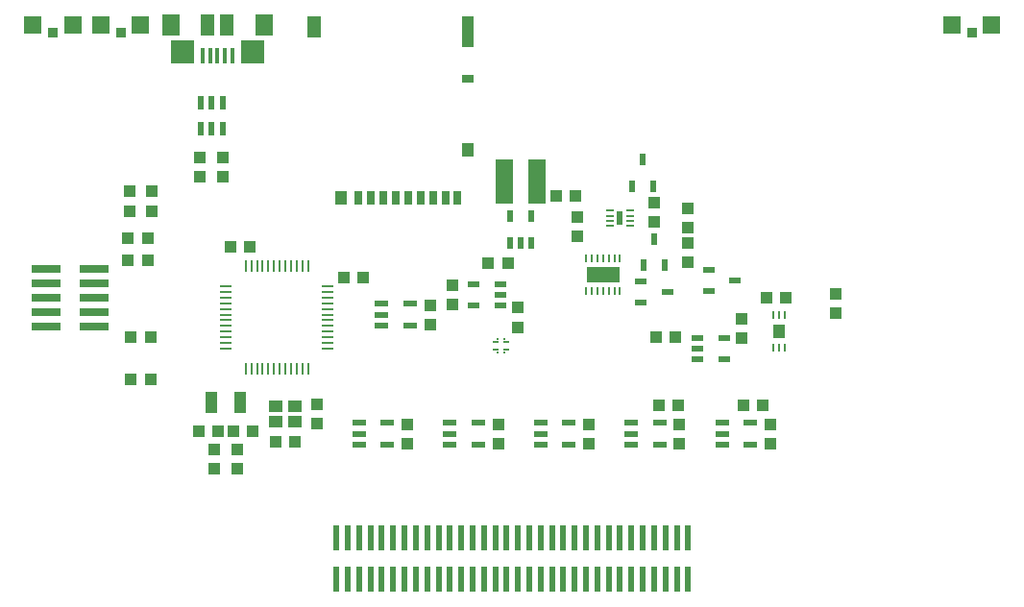
<source format=gtp>
G75*
G70*
%OFA0B0*%
%FSLAX24Y24*%
%IPPOS*%
%LPD*%
%AMOC8*
5,1,8,0,0,1.08239X$1,22.5*
%
%ADD10R,0.0512X0.0217*%
%ADD11R,0.0079X0.0394*%
%ADD12R,0.0394X0.0079*%
%ADD13R,0.0433X0.0394*%
%ADD14R,0.0394X0.0433*%
%ADD15R,0.0591X0.0591*%
%ADD16R,0.0354X0.0354*%
%ADD17R,0.0433X0.0748*%
%ADD18R,0.0472X0.0394*%
%ADD19R,0.0157X0.0531*%
%ADD20R,0.0630X0.0748*%
%ADD21R,0.0827X0.0787*%
%ADD22R,0.0472X0.0748*%
%ADD23R,0.0276X0.0472*%
%ADD24R,0.0394X0.0472*%
%ADD25R,0.0394X0.0315*%
%ADD26R,0.0394X0.1102*%
%ADD27R,0.0512X0.0748*%
%ADD28R,0.0236X0.0906*%
%ADD29R,0.0276X0.0098*%
%ADD30R,0.0197X0.0472*%
%ADD31R,0.0098X0.0276*%
%ADD32R,0.1181X0.0551*%
%ADD33R,0.0394X0.0217*%
%ADD34R,0.0193X0.0091*%
%ADD35R,0.0091X0.0102*%
%ADD36R,0.0217X0.0394*%
%ADD37R,0.0400X0.0500*%
%ADD38R,0.0236X0.0472*%
%ADD39R,0.1000X0.0300*%
%ADD40R,0.0630X0.1535*%
D10*
X012563Y006874D03*
X012563Y007248D03*
X012563Y007622D03*
X013547Y007622D03*
X013547Y006874D03*
X015712Y006874D03*
X015712Y007248D03*
X015712Y007622D03*
X016697Y007622D03*
X016697Y006874D03*
X018862Y006874D03*
X018862Y007248D03*
X018862Y007622D03*
X019846Y007622D03*
X019846Y006874D03*
X022012Y006874D03*
X022012Y007248D03*
X022012Y007622D03*
X022996Y007622D03*
X022996Y006874D03*
X025161Y006874D03*
X025161Y007248D03*
X025161Y007622D03*
X026146Y007622D03*
X026146Y006874D03*
X014334Y011008D03*
X014334Y011756D03*
X013350Y011756D03*
X013350Y011382D03*
X013350Y011008D03*
D11*
X010791Y009512D03*
X010594Y009512D03*
X010397Y009512D03*
X010201Y009512D03*
X010004Y009512D03*
X009807Y009512D03*
X009610Y009512D03*
X009413Y009512D03*
X009216Y009512D03*
X009020Y009512D03*
X008823Y009512D03*
X008626Y009512D03*
X008626Y013055D03*
X008823Y013055D03*
X009020Y013055D03*
X009216Y013055D03*
X009413Y013055D03*
X009610Y013055D03*
X009807Y013055D03*
X010004Y013055D03*
X010201Y013055D03*
X010397Y013055D03*
X010594Y013055D03*
X010791Y013055D03*
D12*
X011480Y012366D03*
X011480Y012169D03*
X011480Y011972D03*
X011480Y011775D03*
X011480Y011579D03*
X011480Y011382D03*
X011480Y011185D03*
X011480Y010988D03*
X011480Y010791D03*
X011480Y010594D03*
X011480Y010397D03*
X011480Y010201D03*
X007937Y010201D03*
X007937Y010397D03*
X007937Y010594D03*
X007937Y010791D03*
X007937Y010988D03*
X007937Y011185D03*
X007937Y011382D03*
X007937Y011579D03*
X007937Y011775D03*
X007937Y011972D03*
X007937Y012169D03*
X007937Y012366D03*
D13*
X007543Y006027D03*
X007543Y006697D03*
X008331Y006697D03*
X008331Y006027D03*
X011086Y007602D03*
X011086Y008271D03*
X014236Y007583D03*
X014236Y006913D03*
X017386Y006913D03*
X017386Y007583D03*
X020535Y007583D03*
X020535Y006913D03*
X023685Y006913D03*
X023685Y007583D03*
X026834Y007583D03*
X026834Y006913D03*
X025850Y010555D03*
X025850Y011224D03*
X023980Y013212D03*
X023980Y013882D03*
X023980Y014394D03*
X023980Y015063D03*
X022799Y015260D03*
X022799Y014590D03*
X020142Y014768D03*
X020142Y014098D03*
X018075Y011618D03*
X018075Y010949D03*
X015811Y011736D03*
X015023Y011716D03*
X015023Y011047D03*
X015811Y012405D03*
X007838Y016165D03*
X007051Y016165D03*
X007051Y016834D03*
X007838Y016834D03*
X005378Y015653D03*
X005378Y014984D03*
X004590Y014984D03*
X004590Y015653D03*
X029098Y012110D03*
X029098Y011441D03*
D14*
X027366Y011972D03*
X026697Y011972D03*
X023527Y010594D03*
X022858Y010594D03*
X022957Y008232D03*
X023626Y008232D03*
X025909Y008232D03*
X026579Y008232D03*
X017720Y013153D03*
X017051Y013153D03*
X019413Y015516D03*
X020083Y015516D03*
X012701Y012661D03*
X012031Y012661D03*
X008764Y013744D03*
X008094Y013744D03*
X005220Y014039D03*
X004551Y014039D03*
X004551Y013252D03*
X005220Y013252D03*
X005319Y010594D03*
X004649Y010594D03*
X004649Y009118D03*
X005319Y009118D03*
X007012Y007346D03*
X007681Y007346D03*
X008193Y007346D03*
X008862Y007346D03*
X009669Y006953D03*
X010338Y006953D03*
D15*
X004984Y021421D03*
X003606Y021421D03*
X002622Y021421D03*
X001244Y021421D03*
X033134Y021421D03*
X034512Y021421D03*
D16*
X033823Y021165D03*
X004295Y021165D03*
X001933Y021165D03*
D17*
X007445Y008331D03*
X008429Y008331D03*
D18*
X009669Y008193D03*
X010338Y008193D03*
X010338Y007681D03*
X009669Y007681D03*
D19*
X008153Y020368D03*
X007897Y020368D03*
X007642Y020368D03*
X007386Y020368D03*
X007130Y020368D03*
D20*
X006027Y021421D03*
X009256Y021421D03*
D21*
X008862Y020496D03*
X006421Y020496D03*
D22*
X007307Y021421D03*
X007976Y021421D03*
D23*
X012547Y015421D03*
X012980Y015421D03*
X013413Y015421D03*
X013846Y015421D03*
X014279Y015421D03*
X014712Y015421D03*
X015146Y015421D03*
X015579Y015421D03*
X015953Y015421D03*
D24*
X016327Y017114D03*
X011937Y015421D03*
D25*
X016327Y019555D03*
D26*
X016327Y021189D03*
D27*
X011012Y021366D03*
D28*
X011775Y003646D03*
X012169Y003646D03*
X012563Y003646D03*
X012957Y003646D03*
X013350Y003646D03*
X013744Y003646D03*
X014138Y003646D03*
X014531Y003646D03*
X014925Y003646D03*
X015319Y003646D03*
X015712Y003646D03*
X016106Y003646D03*
X016500Y003646D03*
X016894Y003646D03*
X017287Y003646D03*
X017681Y003646D03*
X018075Y003646D03*
X018468Y003646D03*
X018862Y003646D03*
X019256Y003646D03*
X019649Y003646D03*
X020043Y003646D03*
X020437Y003646D03*
X020831Y003646D03*
X021224Y003646D03*
X021618Y003646D03*
X022012Y003646D03*
X022405Y003646D03*
X022799Y003646D03*
X023193Y003646D03*
X023586Y003646D03*
X023980Y003646D03*
X023980Y002189D03*
X023586Y002189D03*
X023193Y002189D03*
X022799Y002189D03*
X022405Y002189D03*
X022012Y002189D03*
X021618Y002189D03*
X021224Y002189D03*
X020831Y002189D03*
X020437Y002189D03*
X020043Y002189D03*
X019649Y002189D03*
X019256Y002189D03*
X018862Y002189D03*
X018468Y002189D03*
X018075Y002189D03*
X017681Y002189D03*
X017287Y002189D03*
X016894Y002189D03*
X016500Y002189D03*
X016106Y002189D03*
X015712Y002189D03*
X015319Y002189D03*
X014925Y002189D03*
X014531Y002189D03*
X014138Y002189D03*
X013744Y002189D03*
X013350Y002189D03*
X012957Y002189D03*
X012563Y002189D03*
X012169Y002189D03*
X011775Y002189D03*
D29*
X021254Y014462D03*
X021254Y014640D03*
X021254Y014817D03*
X021254Y014994D03*
X021982Y014994D03*
X021982Y014817D03*
X021982Y014640D03*
X021982Y014462D03*
D30*
X021618Y014728D03*
D31*
X021618Y013331D03*
X021421Y013331D03*
X021224Y013331D03*
X021027Y013331D03*
X020831Y013331D03*
X020634Y013331D03*
X020437Y013331D03*
X020437Y012189D03*
X020634Y012189D03*
X020831Y012189D03*
X021027Y012189D03*
X021224Y012189D03*
X021421Y012189D03*
X021618Y012189D03*
X026933Y011352D03*
X027130Y011352D03*
X027327Y011352D03*
X027327Y010230D03*
X027130Y010230D03*
X026933Y010230D03*
D32*
X021027Y012760D03*
D33*
X022346Y012543D03*
X022346Y011795D03*
X023252Y012169D03*
X024709Y012189D03*
X025614Y012563D03*
X024709Y012937D03*
X024295Y010575D03*
X024295Y010201D03*
X024295Y009827D03*
X025240Y009827D03*
X025240Y010575D03*
X017464Y011697D03*
X017464Y012071D03*
X017464Y012445D03*
X016520Y012445D03*
X016520Y011697D03*
D34*
X017305Y010427D03*
X017305Y010171D03*
X017663Y010171D03*
X017663Y010427D03*
D35*
X017612Y010523D03*
X017356Y010523D03*
X017356Y010075D03*
X017612Y010075D03*
D36*
X022425Y013094D03*
X023173Y013094D03*
X022799Y014000D03*
X022779Y015850D03*
X022031Y015850D03*
X022405Y016756D03*
X018547Y014807D03*
X017799Y014807D03*
X017799Y013862D03*
X018173Y013862D03*
X018547Y013862D03*
D37*
X027130Y010791D03*
D38*
X007819Y017819D03*
X007445Y017819D03*
X007071Y017819D03*
X007071Y018724D03*
X007445Y018724D03*
X007819Y018724D03*
D39*
X003358Y012972D03*
X003358Y012472D03*
X003358Y011972D03*
X003358Y011472D03*
X003358Y010972D03*
X001688Y010972D03*
X001688Y011472D03*
X001688Y011972D03*
X001688Y012472D03*
X001688Y012972D03*
D40*
X017602Y016008D03*
X018744Y016008D03*
M02*

</source>
